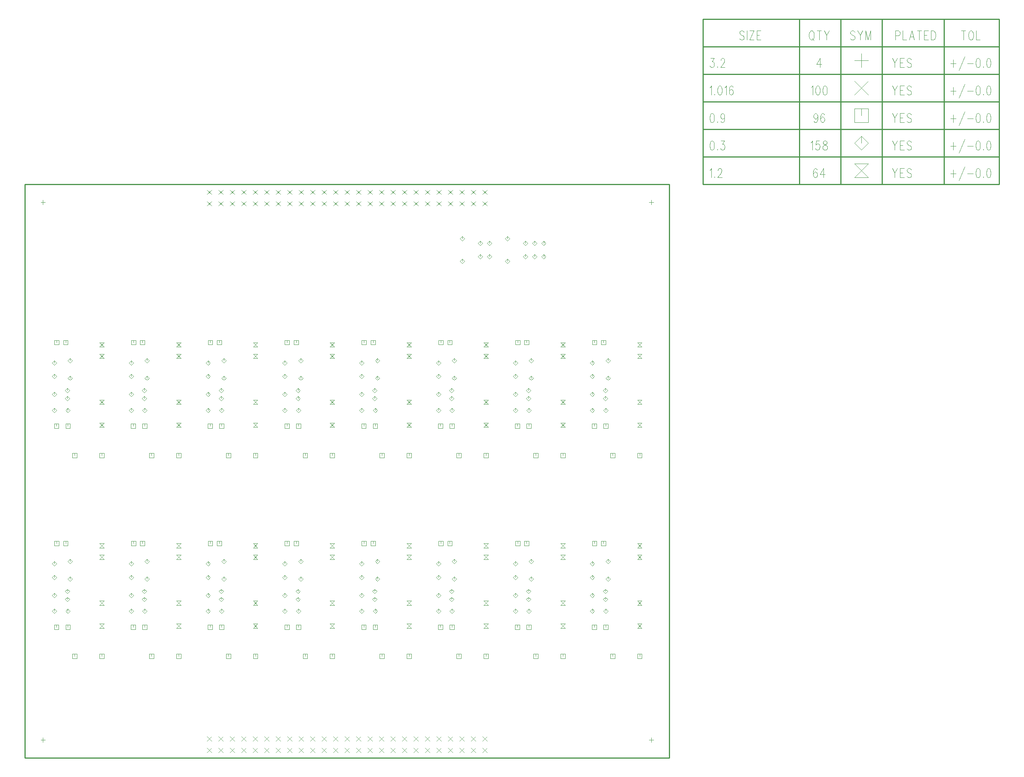
<source format=gbr>
*
*
G04 PADS Layout (Build Number 2005.266.2) generated Gerber (RS-274-X) file*
G04 PC Version=2.1*
*
%IN "cecs_module_relay_1031."*%
*
%MOMM*%
*
%FSLAX35Y35*%
*
*
*
*
G04 PC Standard Apertures*
*
*
G04 Thermal Relief Aperture macro.*
%AMTER*
1,1,$1,0,0*
1,0,$1-$2,0,0*
21,0,$3,$4,0,0,45*
21,0,$3,$4,0,0,135*
%
*
*
G04 Annular Aperture macro.*
%AMANN*
1,1,$1,0,0*
1,0,$2,0,0*
%
*
*
G04 Odd Aperture macro.*
%AMODD*
1,1,$1,0,0*
1,0,$1-0.005,0,0*
%
*
*
G04 PC Custom Aperture Macros*
*
*
*
*
*
*
G04 PC Aperture Table*
*
%ADD057C,0.12*%
%ADD058C,0.254*%
*
*
*
*
G04 PC Custom Flashes*
G04 Layer Name cecs_module_relay_1031. - flashes*
%LPD*%
*
*
G04 PC Circuitry*
G04 Layer Name cecs_module_relay_1031. - circuitry*
%LPD*%
*
G54D57*
G01X35475000Y24050000D02*
X35525000Y24100000D01*
X35475000Y24150000*
X35425000Y24100000*
X35475000Y24050000*
Y24100000D02*
Y24150000D01*
Y23750000D02*
X35525000Y23800000D01*
X35475000Y23850000*
X35425000Y23800000*
X35475000Y23750000*
Y23800000D02*
Y23850000D01*
X35675000Y24050000D02*
X35725000Y24100000D01*
X35675000Y24150000*
X35625000Y24100000*
X35675000Y24050000*
Y24100000D02*
Y24150000D01*
Y23750000D02*
X35725000Y23800000D01*
X35675000Y23850000*
X35625000Y23800000*
X35675000Y23750000*
Y23800000D02*
Y23850000D01*
X36475000Y24050000D02*
X36525000Y24100000D01*
X36475000Y24150000*
X36425000Y24100000*
X36475000Y24050000*
Y24100000D02*
Y24150000D01*
Y23750000D02*
X36525000Y23800000D01*
X36475000Y23850000*
X36425000Y23800000*
X36475000Y23750000*
Y23800000D02*
Y23850000D01*
X36675000Y24050000D02*
X36725000Y24100000D01*
X36675000Y24150000*
X36625000Y24100000*
X36675000Y24050000*
Y24100000D02*
Y24150000D01*
Y23750000D02*
X36725000Y23800000D01*
X36675000Y23850000*
X36625000Y23800000*
X36675000Y23750000*
Y23800000D02*
Y23850000D01*
X36875000Y24050000D02*
X36925000Y24100000D01*
X36875000Y24150000*
X36825000Y24100000*
X36875000Y24050000*
Y24100000D02*
Y24150000D01*
Y23750000D02*
X36925000Y23800000D01*
X36875000Y23850000*
X36825000Y23800000*
X36875000Y23750000*
Y23800000D02*
Y23850000D01*
X26250000Y17400000D02*
X26350000D01*
Y17500000*
X26250000*
Y17400000*
X26300000Y17450000D02*
Y17500000D01*
X26050000Y17400000D02*
X26150000D01*
Y17500000*
X26050000*
Y17400000*
X26100000Y17450000D02*
Y17500000D01*
X33050000Y21850000D02*
X33150000D01*
Y21950000*
X33050000*
Y21850000*
X33100000Y21900000D02*
Y21950000D01*
X32850000Y21850000D02*
X32950000D01*
Y21950000*
X32850000*
Y21850000*
X32900000Y21900000D02*
Y21950000D01*
X34750000Y17400000D02*
X34850000D01*
Y17500000*
X34750000*
Y17400000*
X34800000Y17450000D02*
Y17500000D01*
X34550000Y17400000D02*
X34650000D01*
Y17500000*
X34550000*
Y17400000*
X34600000Y17450000D02*
Y17500000D01*
X34750000Y21850000D02*
X34850000D01*
Y21950000*
X34750000*
Y21850000*
X34800000Y21900000D02*
Y21950000D01*
X34550000Y21850000D02*
X34650000D01*
Y21950000*
X34550000*
Y21850000*
X34600000Y21900000D02*
Y21950000D01*
X36450000Y17400000D02*
X36550000D01*
Y17500000*
X36450000*
Y17400000*
X36500000Y17450000D02*
Y17500000D01*
X36250000Y17400000D02*
X36350000D01*
Y17500000*
X36250000*
Y17400000*
X36300000Y17450000D02*
Y17500000D01*
X36450000Y21850000D02*
X36550000D01*
Y21950000*
X36450000*
Y21850000*
X36500000Y21900000D02*
Y21950000D01*
X36250000Y21850000D02*
X36350000D01*
Y21950000*
X36250000*
Y21850000*
X36300000Y21900000D02*
Y21950000D01*
X38150000Y17400000D02*
X38250000D01*
Y17500000*
X38150000*
Y17400000*
X38200000Y17450000D02*
Y17500000D01*
X37950000Y17400000D02*
X38050000D01*
Y17500000*
X37950000*
Y17400000*
X38000000Y17450000D02*
Y17500000D01*
X38150000Y21850000D02*
X38250000D01*
Y21950000*
X38150000*
Y21850000*
X38200000Y21900000D02*
Y21950000D01*
X37950000Y21850000D02*
X38050000D01*
Y21950000*
X37950000*
Y21850000*
X38000000Y21900000D02*
Y21950000D01*
X26250000Y21850000D02*
X26350000D01*
Y21950000*
X26250000*
Y21850000*
X26300000Y21900000D02*
Y21950000D01*
X26050000Y21850000D02*
X26150000D01*
Y21950000*
X26050000*
Y21850000*
X26100000Y21900000D02*
Y21950000D01*
X27950000Y17400000D02*
X28050000D01*
Y17500000*
X27950000*
Y17400000*
X28000000Y17450000D02*
Y17500000D01*
X27750000Y17400000D02*
X27850000D01*
Y17500000*
X27750000*
Y17400000*
X27800000Y17450000D02*
Y17500000D01*
X27950000Y21850000D02*
X28050000D01*
Y21950000*
X27950000*
Y21850000*
X28000000Y21900000D02*
Y21950000D01*
X27750000Y21850000D02*
X27850000D01*
Y21950000*
X27750000*
Y21850000*
X27800000Y21900000D02*
Y21950000D01*
X29650000Y17400000D02*
X29750000D01*
Y17500000*
X29650000*
Y17400000*
X29700000Y17450000D02*
Y17500000D01*
X29450000Y17400000D02*
X29550000D01*
Y17500000*
X29450000*
Y17400000*
X29500000Y17450000D02*
Y17500000D01*
X29650000Y21850000D02*
X29750000D01*
Y21950000*
X29650000*
Y21850000*
X29700000Y21900000D02*
Y21950000D01*
X29450000Y21850000D02*
X29550000D01*
Y21950000*
X29450000*
Y21850000*
X29500000Y21900000D02*
Y21950000D01*
X31350000Y17400000D02*
X31450000D01*
Y17500000*
X31350000*
Y17400000*
X31400000Y17450000D02*
Y17500000D01*
X31150000Y17400000D02*
X31250000D01*
Y17500000*
X31150000*
Y17400000*
X31200000Y17450000D02*
Y17500000D01*
X31350000Y21850000D02*
X31450000D01*
Y21950000*
X31350000*
Y21850000*
X31400000Y21900000D02*
Y21950000D01*
X31150000Y21850000D02*
X31250000D01*
Y21950000*
X31150000*
Y21850000*
X31200000Y21900000D02*
Y21950000D01*
X33050000Y17400000D02*
X33150000D01*
Y17500000*
X33050000*
Y17400000*
X33100000Y17450000D02*
Y17500000D01*
X32850000Y17400000D02*
X32950000D01*
Y17500000*
X32850000*
Y17400000*
X32900000Y17450000D02*
Y17500000D01*
X36075000Y24150000D02*
X36125000Y24200000D01*
X36075000Y24250000*
X36025000Y24200000*
X36075000Y24150000*
Y24200000D02*
Y24250000D01*
Y23650000D02*
X36125000Y23700000D01*
X36075000Y23750000*
X36025000Y23700000*
X36075000Y23650000*
Y23700000D02*
Y23750000D01*
X35075000Y24150000D02*
X35125000Y24200000D01*
X35075000Y24250000*
X35025000Y24200000*
X35075000Y24150000*
Y24200000D02*
Y24250000D01*
Y23650000D02*
X35125000Y23700000D01*
X35075000Y23750000*
X35025000Y23700000*
X35075000Y23650000*
Y23700000D02*
Y23750000D01*
X29432000Y13077000D02*
X29532000Y13177000D01*
X29432000D02*
X29532000Y13077000D01*
X29432000Y12823000D02*
X29532000Y12923000D01*
X29432000D02*
X29532000Y12823000D01*
X29686000Y13077000D02*
X29786000Y13177000D01*
X29686000D02*
X29786000Y13077000D01*
X29686000Y12823000D02*
X29786000Y12923000D01*
X29686000D02*
X29786000Y12823000D01*
X29940000Y13077000D02*
X30040000Y13177000D01*
X29940000D02*
X30040000Y13077000D01*
X29940000Y12823000D02*
X30040000Y12923000D01*
X29940000D02*
X30040000Y12823000D01*
X30194000Y13077000D02*
X30294000Y13177000D01*
X30194000D02*
X30294000Y13077000D01*
X30194000Y12823000D02*
X30294000Y12923000D01*
X30194000D02*
X30294000Y12823000D01*
X30448000Y13077000D02*
X30548000Y13177000D01*
X30448000D02*
X30548000Y13077000D01*
X30448000Y12823000D02*
X30548000Y12923000D01*
X30448000D02*
X30548000Y12823000D01*
X30702000Y13077000D02*
X30802000Y13177000D01*
X30702000D02*
X30802000Y13077000D01*
X30702000Y12823000D02*
X30802000Y12923000D01*
X30702000D02*
X30802000Y12823000D01*
X30956000Y13077000D02*
X31056000Y13177000D01*
X30956000D02*
X31056000Y13077000D01*
X30956000Y12823000D02*
X31056000Y12923000D01*
X30956000D02*
X31056000Y12823000D01*
X31210000Y13077000D02*
X31310000Y13177000D01*
X31210000D02*
X31310000Y13077000D01*
X31210000Y12823000D02*
X31310000Y12923000D01*
X31210000D02*
X31310000Y12823000D01*
X31464000Y13077000D02*
X31564000Y13177000D01*
X31464000D02*
X31564000Y13077000D01*
X31464000Y12823000D02*
X31564000Y12923000D01*
X31464000D02*
X31564000Y12823000D01*
X31718000Y13077000D02*
X31818000Y13177000D01*
X31718000D02*
X31818000Y13077000D01*
X31718000Y12823000D02*
X31818000Y12923000D01*
X31718000D02*
X31818000Y12823000D01*
X31972000Y13077000D02*
X32072000Y13177000D01*
X31972000D02*
X32072000Y13077000D01*
X31972000Y12823000D02*
X32072000Y12923000D01*
X31972000D02*
X32072000Y12823000D01*
X32226000Y13077000D02*
X32326000Y13177000D01*
X32226000D02*
X32326000Y13077000D01*
X32226000Y12823000D02*
X32326000Y12923000D01*
X32226000D02*
X32326000Y12823000D01*
X32480000Y13077000D02*
X32580000Y13177000D01*
X32480000D02*
X32580000Y13077000D01*
X32480000Y12823000D02*
X32580000Y12923000D01*
X32480000D02*
X32580000Y12823000D01*
X32734000Y13077000D02*
X32834000Y13177000D01*
X32734000D02*
X32834000Y13077000D01*
X32734000Y12823000D02*
X32834000Y12923000D01*
X32734000D02*
X32834000Y12823000D01*
X32988000Y13077000D02*
X33088000Y13177000D01*
X32988000D02*
X33088000Y13077000D01*
X32988000Y12823000D02*
X33088000Y12923000D01*
X32988000D02*
X33088000Y12823000D01*
X33242000Y13077000D02*
X33342000Y13177000D01*
X33242000D02*
X33342000Y13077000D01*
X33242000Y12823000D02*
X33342000Y12923000D01*
X33242000D02*
X33342000Y12823000D01*
X33496000Y13077000D02*
X33596000Y13177000D01*
X33496000D02*
X33596000Y13077000D01*
X33496000Y12823000D02*
X33596000Y12923000D01*
X33496000D02*
X33596000Y12823000D01*
X33750000Y13077000D02*
X33850000Y13177000D01*
X33750000D02*
X33850000Y13077000D01*
X33750000Y12823000D02*
X33850000Y12923000D01*
X33750000D02*
X33850000Y12823000D01*
X34004000Y13077000D02*
X34104000Y13177000D01*
X34004000D02*
X34104000Y13077000D01*
X34004000Y12823000D02*
X34104000Y12923000D01*
X34004000D02*
X34104000Y12823000D01*
X34258000Y13077000D02*
X34358000Y13177000D01*
X34258000D02*
X34358000Y13077000D01*
X34258000Y12823000D02*
X34358000Y12923000D01*
X34258000D02*
X34358000Y12823000D01*
X34512000Y13077000D02*
X34612000Y13177000D01*
X34512000D02*
X34612000Y13077000D01*
X34512000Y12823000D02*
X34612000Y12923000D01*
X34512000D02*
X34612000Y12823000D01*
X34766000Y13077000D02*
X34866000Y13177000D01*
X34766000D02*
X34866000Y13077000D01*
X34766000Y12823000D02*
X34866000Y12923000D01*
X34766000D02*
X34866000Y12823000D01*
X35020000Y13077000D02*
X35120000Y13177000D01*
X35020000D02*
X35120000Y13077000D01*
X35020000Y12823000D02*
X35120000Y12923000D01*
X35020000D02*
X35120000Y12823000D01*
X35274000Y13077000D02*
X35374000Y13177000D01*
X35274000D02*
X35374000Y13077000D01*
X35274000Y12823000D02*
X35374000Y12923000D01*
X35274000D02*
X35374000Y12823000D01*
X35528000Y13077000D02*
X35628000Y13177000D01*
X35528000D02*
X35628000Y13077000D01*
X35528000Y12823000D02*
X35628000Y12923000D01*
X35528000D02*
X35628000Y12823000D01*
X31400000Y20000000D02*
X31500000D01*
Y20100000*
X31400000*
Y20000000*
X31450000Y20050000D02*
Y20100000D01*
X31146000Y20000000D02*
X31246000D01*
Y20100000*
X31146000*
Y20000000*
X31196000Y20050000D02*
Y20100000D01*
X33100000Y15550000D02*
X33200000D01*
Y15650000*
X33100000*
Y15550000*
X33150000Y15600000D02*
Y15650000D01*
X32846000Y15550000D02*
X32946000D01*
Y15650000*
X32846000*
Y15550000*
X32896000Y15600000D02*
Y15650000D01*
X33100000Y20000000D02*
X33200000D01*
Y20100000*
X33100000*
Y20000000*
X33150000Y20050000D02*
Y20100000D01*
X32846000Y20000000D02*
X32946000D01*
Y20100000*
X32846000*
Y20000000*
X32896000Y20050000D02*
Y20100000D01*
X34800000Y15550000D02*
X34900000D01*
Y15650000*
X34800000*
Y15550000*
X34850000Y15600000D02*
Y15650000D01*
X34546000Y15550000D02*
X34646000D01*
Y15650000*
X34546000*
Y15550000*
X34596000Y15600000D02*
Y15650000D01*
X34800000Y20000000D02*
X34900000D01*
Y20100000*
X34800000*
Y20000000*
X34850000Y20050000D02*
Y20100000D01*
X34546000Y20000000D02*
X34646000D01*
Y20100000*
X34546000*
Y20000000*
X34596000Y20050000D02*
Y20100000D01*
X36500000Y15550000D02*
X36600000D01*
Y15650000*
X36500000*
Y15550000*
X36550000Y15600000D02*
Y15650000D01*
X36246000Y15550000D02*
X36346000D01*
Y15650000*
X36246000*
Y15550000*
X36296000Y15600000D02*
Y15650000D01*
X36500000Y20000000D02*
X36600000D01*
Y20100000*
X36500000*
Y20000000*
X36550000Y20050000D02*
Y20100000D01*
X36246000Y20000000D02*
X36346000D01*
Y20100000*
X36246000*
Y20000000*
X36296000Y20050000D02*
Y20100000D01*
X38200000Y15550000D02*
X38300000D01*
Y15650000*
X38200000*
Y15550000*
X38250000Y15600000D02*
Y15650000D01*
X37946000Y15550000D02*
X38046000D01*
Y15650000*
X37946000*
Y15550000*
X37996000Y15600000D02*
Y15650000D01*
X38200000Y20000000D02*
X38300000D01*
Y20100000*
X38200000*
Y20000000*
X38250000Y20050000D02*
Y20100000D01*
X37946000Y20000000D02*
X38046000D01*
Y20100000*
X37946000*
Y20000000*
X37996000Y20050000D02*
Y20100000D01*
X29432000Y25177000D02*
X29532000Y25277000D01*
X29432000D02*
X29532000Y25177000D01*
X29432000Y24923000D02*
X29532000Y25023000D01*
X29432000D02*
X29532000Y24923000D01*
X29686000Y25177000D02*
X29786000Y25277000D01*
X29686000D02*
X29786000Y25177000D01*
X29686000Y24923000D02*
X29786000Y25023000D01*
X29686000D02*
X29786000Y24923000D01*
X29940000Y25177000D02*
X30040000Y25277000D01*
X29940000D02*
X30040000Y25177000D01*
X29940000Y24923000D02*
X30040000Y25023000D01*
X29940000D02*
X30040000Y24923000D01*
X30194000Y25177000D02*
X30294000Y25277000D01*
X30194000D02*
X30294000Y25177000D01*
X30194000Y24923000D02*
X30294000Y25023000D01*
X30194000D02*
X30294000Y24923000D01*
X30448000Y25177000D02*
X30548000Y25277000D01*
X30448000D02*
X30548000Y25177000D01*
X30448000Y24923000D02*
X30548000Y25023000D01*
X30448000D02*
X30548000Y24923000D01*
X30702000Y25177000D02*
X30802000Y25277000D01*
X30702000D02*
X30802000Y25177000D01*
X30702000Y24923000D02*
X30802000Y25023000D01*
X30702000D02*
X30802000Y24923000D01*
X30956000Y25177000D02*
X31056000Y25277000D01*
X30956000D02*
X31056000Y25177000D01*
X30956000Y24923000D02*
X31056000Y25023000D01*
X30956000D02*
X31056000Y24923000D01*
X31210000Y25177000D02*
X31310000Y25277000D01*
X31210000D02*
X31310000Y25177000D01*
X31210000Y24923000D02*
X31310000Y25023000D01*
X31210000D02*
X31310000Y24923000D01*
X31464000Y25177000D02*
X31564000Y25277000D01*
X31464000D02*
X31564000Y25177000D01*
X31464000Y24923000D02*
X31564000Y25023000D01*
X31464000D02*
X31564000Y24923000D01*
X31718000Y25177000D02*
X31818000Y25277000D01*
X31718000D02*
X31818000Y25177000D01*
X31718000Y24923000D02*
X31818000Y25023000D01*
X31718000D02*
X31818000Y24923000D01*
X31972000Y25177000D02*
X32072000Y25277000D01*
X31972000D02*
X32072000Y25177000D01*
X31972000Y24923000D02*
X32072000Y25023000D01*
X31972000D02*
X32072000Y24923000D01*
X32226000Y25177000D02*
X32326000Y25277000D01*
X32226000D02*
X32326000Y25177000D01*
X32226000Y24923000D02*
X32326000Y25023000D01*
X32226000D02*
X32326000Y24923000D01*
X32480000Y25177000D02*
X32580000Y25277000D01*
X32480000D02*
X32580000Y25177000D01*
X32480000Y24923000D02*
X32580000Y25023000D01*
X32480000D02*
X32580000Y24923000D01*
X32734000Y25177000D02*
X32834000Y25277000D01*
X32734000D02*
X32834000Y25177000D01*
X32734000Y24923000D02*
X32834000Y25023000D01*
X32734000D02*
X32834000Y24923000D01*
X32988000Y25177000D02*
X33088000Y25277000D01*
X32988000D02*
X33088000Y25177000D01*
X32988000Y24923000D02*
X33088000Y25023000D01*
X32988000D02*
X33088000Y24923000D01*
X33242000Y25177000D02*
X33342000Y25277000D01*
X33242000D02*
X33342000Y25177000D01*
X33242000Y24923000D02*
X33342000Y25023000D01*
X33242000D02*
X33342000Y24923000D01*
X33496000Y25177000D02*
X33596000Y25277000D01*
X33496000D02*
X33596000Y25177000D01*
X33496000Y24923000D02*
X33596000Y25023000D01*
X33496000D02*
X33596000Y24923000D01*
X33750000Y25177000D02*
X33850000Y25277000D01*
X33750000D02*
X33850000Y25177000D01*
X33750000Y24923000D02*
X33850000Y25023000D01*
X33750000D02*
X33850000Y24923000D01*
X34004000Y25177000D02*
X34104000Y25277000D01*
X34004000D02*
X34104000Y25177000D01*
X34004000Y24923000D02*
X34104000Y25023000D01*
X34004000D02*
X34104000Y24923000D01*
X34258000Y25177000D02*
X34358000Y25277000D01*
X34258000D02*
X34358000Y25177000D01*
X34258000Y24923000D02*
X34358000Y25023000D01*
X34258000D02*
X34358000Y24923000D01*
X34512000Y25177000D02*
X34612000Y25277000D01*
X34512000D02*
X34612000Y25177000D01*
X34512000Y24923000D02*
X34612000Y25023000D01*
X34512000D02*
X34612000Y24923000D01*
X34766000Y25177000D02*
X34866000Y25277000D01*
X34766000D02*
X34866000Y25177000D01*
X34766000Y24923000D02*
X34866000Y25023000D01*
X34766000D02*
X34866000Y24923000D01*
X35020000Y25177000D02*
X35120000Y25277000D01*
X35020000D02*
X35120000Y25177000D01*
X35020000Y24923000D02*
X35120000Y25023000D01*
X35020000D02*
X35120000Y24923000D01*
X35274000Y25177000D02*
X35374000Y25277000D01*
X35274000D02*
X35374000Y25177000D01*
X35274000Y24923000D02*
X35374000Y25023000D01*
X35274000D02*
X35374000Y24923000D01*
X35528000Y25177000D02*
X35628000Y25277000D01*
X35528000D02*
X35628000Y25177000D01*
X35528000Y24923000D02*
X35628000Y25023000D01*
X35528000D02*
X35628000Y24923000D01*
X26300000Y15550000D02*
X26400000D01*
Y15650000*
X26300000*
Y15550000*
X26350000Y15600000D02*
Y15650000D01*
X26046000Y15550000D02*
X26146000D01*
Y15650000*
X26046000*
Y15550000*
X26096000Y15600000D02*
Y15650000D01*
X26300000Y20000000D02*
X26400000D01*
Y20100000*
X26300000*
Y20000000*
X26350000Y20050000D02*
Y20100000D01*
X26046000Y20000000D02*
X26146000D01*
Y20100000*
X26046000*
Y20000000*
X26096000Y20050000D02*
Y20100000D01*
X28000000Y15550000D02*
X28100000D01*
Y15650000*
X28000000*
Y15550000*
X28050000Y15600000D02*
Y15650000D01*
X27746000Y15550000D02*
X27846000D01*
Y15650000*
X27746000*
Y15550000*
X27796000Y15600000D02*
Y15650000D01*
X28000000Y20000000D02*
X28100000D01*
Y20100000*
X28000000*
Y20000000*
X28050000Y20050000D02*
Y20100000D01*
X27746000Y20000000D02*
X27846000D01*
Y20100000*
X27746000*
Y20000000*
X27796000Y20050000D02*
Y20100000D01*
X29700000Y15550000D02*
X29800000D01*
Y15650000*
X29700000*
Y15550000*
X29750000Y15600000D02*
Y15650000D01*
X29446000Y15550000D02*
X29546000D01*
Y15650000*
X29446000*
Y15550000*
X29496000Y15600000D02*
Y15650000D01*
X29700000Y20000000D02*
X29800000D01*
Y20100000*
X29700000*
Y20000000*
X29750000Y20050000D02*
Y20100000D01*
X29446000Y20000000D02*
X29546000D01*
Y20100000*
X29446000*
Y20000000*
X29496000Y20050000D02*
Y20100000D01*
X31400000Y15550000D02*
X31500000D01*
Y15650000*
X31400000*
Y15550000*
X31450000Y15600000D02*
Y15650000D01*
X31146000Y15550000D02*
X31246000D01*
Y15650000*
X31146000*
Y15550000*
X31196000Y15600000D02*
Y15650000D01*
X26339700Y16161100D02*
X26389700Y16211100D01*
X26339700Y16261100*
X26289700Y16211100*
X26339700Y16161100*
Y16211100D02*
Y16261100D01*
Y16338900D02*
X26389700Y16388900D01*
X26339700Y16438900*
X26289700Y16388900*
X26339700Y16338900*
Y16388900D02*
Y16438900D01*
X26050000Y16250000D02*
X26100000Y16300000D01*
X26050000Y16350000*
X26000000Y16300000*
X26050000Y16250000*
Y16300000D02*
Y16350000D01*
X33139700Y20611100D02*
X33189700Y20661100D01*
X33139700Y20711100*
X33089700Y20661100*
X33139700Y20611100*
Y20661100D02*
Y20711100D01*
Y20788900D02*
X33189700Y20838900D01*
X33139700Y20888900*
X33089700Y20838900*
X33139700Y20788900*
Y20838900D02*
Y20888900D01*
X32850000Y20700000D02*
X32900000Y20750000D01*
X32850000Y20800000*
X32800000Y20750000*
X32850000Y20700000*
Y20750000D02*
Y20800000D01*
X34839700Y16161100D02*
X34889700Y16211100D01*
X34839700Y16261100*
X34789700Y16211100*
X34839700Y16161100*
Y16211100D02*
Y16261100D01*
Y16338900D02*
X34889700Y16388900D01*
X34839700Y16438900*
X34789700Y16388900*
X34839700Y16338900*
Y16388900D02*
Y16438900D01*
X34550000Y16250000D02*
X34600000Y16300000D01*
X34550000Y16350000*
X34500000Y16300000*
X34550000Y16250000*
Y16300000D02*
Y16350000D01*
X34839700Y20611100D02*
X34889700Y20661100D01*
X34839700Y20711100*
X34789700Y20661100*
X34839700Y20611100*
Y20661100D02*
Y20711100D01*
Y20788900D02*
X34889700Y20838900D01*
X34839700Y20888900*
X34789700Y20838900*
X34839700Y20788900*
Y20838900D02*
Y20888900D01*
X34550000Y20700000D02*
X34600000Y20750000D01*
X34550000Y20800000*
X34500000Y20750000*
X34550000Y20700000*
Y20750000D02*
Y20800000D01*
X36539700Y16161100D02*
X36589700Y16211100D01*
X36539700Y16261100*
X36489700Y16211100*
X36539700Y16161100*
Y16211100D02*
Y16261100D01*
Y16338900D02*
X36589700Y16388900D01*
X36539700Y16438900*
X36489700Y16388900*
X36539700Y16338900*
Y16388900D02*
Y16438900D01*
X36250000Y16250000D02*
X36300000Y16300000D01*
X36250000Y16350000*
X36200000Y16300000*
X36250000Y16250000*
Y16300000D02*
Y16350000D01*
X36539700Y20611100D02*
X36589700Y20661100D01*
X36539700Y20711100*
X36489700Y20661100*
X36539700Y20611100*
Y20661100D02*
Y20711100D01*
Y20788900D02*
X36589700Y20838900D01*
X36539700Y20888900*
X36489700Y20838900*
X36539700Y20788900*
Y20838900D02*
Y20888900D01*
X36250000Y20700000D02*
X36300000Y20750000D01*
X36250000Y20800000*
X36200000Y20750000*
X36250000Y20700000*
Y20750000D02*
Y20800000D01*
X38239700Y16161100D02*
X38289700Y16211100D01*
X38239700Y16261100*
X38189700Y16211100*
X38239700Y16161100*
Y16211100D02*
Y16261100D01*
Y16338900D02*
X38289700Y16388900D01*
X38239700Y16438900*
X38189700Y16388900*
X38239700Y16338900*
Y16388900D02*
Y16438900D01*
X37950000Y16250000D02*
X38000000Y16300000D01*
X37950000Y16350000*
X37900000Y16300000*
X37950000Y16250000*
Y16300000D02*
Y16350000D01*
X38239700Y20611100D02*
X38289700Y20661100D01*
X38239700Y20711100*
X38189700Y20661100*
X38239700Y20611100*
Y20661100D02*
Y20711100D01*
Y20788900D02*
X38289700Y20838900D01*
X38239700Y20888900*
X38189700Y20838900*
X38239700Y20788900*
Y20838900D02*
Y20888900D01*
X37950000Y20700000D02*
X38000000Y20750000D01*
X37950000Y20800000*
X37900000Y20750000*
X37950000Y20700000*
Y20750000D02*
Y20800000D01*
X26339700Y20611100D02*
X26389700Y20661100D01*
X26339700Y20711100*
X26289700Y20661100*
X26339700Y20611100*
Y20661100D02*
Y20711100D01*
Y20788900D02*
X26389700Y20838900D01*
X26339700Y20888900*
X26289700Y20838900*
X26339700Y20788900*
Y20838900D02*
Y20888900D01*
X26050000Y20700000D02*
X26100000Y20750000D01*
X26050000Y20800000*
X26000000Y20750000*
X26050000Y20700000*
Y20750000D02*
Y20800000D01*
X28039700Y16161100D02*
X28089700Y16211100D01*
X28039700Y16261100*
X27989700Y16211100*
X28039700Y16161100*
Y16211100D02*
Y16261100D01*
Y16338900D02*
X28089700Y16388900D01*
X28039700Y16438900*
X27989700Y16388900*
X28039700Y16338900*
Y16388900D02*
Y16438900D01*
X27750000Y16250000D02*
X27800000Y16300000D01*
X27750000Y16350000*
X27700000Y16300000*
X27750000Y16250000*
Y16300000D02*
Y16350000D01*
X28039700Y20611100D02*
X28089700Y20661100D01*
X28039700Y20711100*
X27989700Y20661100*
X28039700Y20611100*
Y20661100D02*
Y20711100D01*
Y20788900D02*
X28089700Y20838900D01*
X28039700Y20888900*
X27989700Y20838900*
X28039700Y20788900*
Y20838900D02*
Y20888900D01*
X27750000Y20700000D02*
X27800000Y20750000D01*
X27750000Y20800000*
X27700000Y20750000*
X27750000Y20700000*
Y20750000D02*
Y20800000D01*
X29739700Y16161100D02*
X29789700Y16211100D01*
X29739700Y16261100*
X29689700Y16211100*
X29739700Y16161100*
Y16211100D02*
Y16261100D01*
Y16338900D02*
X29789700Y16388900D01*
X29739700Y16438900*
X29689700Y16388900*
X29739700Y16338900*
Y16388900D02*
Y16438900D01*
X29450000Y16250000D02*
X29500000Y16300000D01*
X29450000Y16350000*
X29400000Y16300000*
X29450000Y16250000*
Y16300000D02*
Y16350000D01*
X29739700Y20611100D02*
X29789700Y20661100D01*
X29739700Y20711100*
X29689700Y20661100*
X29739700Y20611100*
Y20661100D02*
Y20711100D01*
Y20788900D02*
X29789700Y20838900D01*
X29739700Y20888900*
X29689700Y20838900*
X29739700Y20788900*
Y20838900D02*
Y20888900D01*
X29450000Y20700000D02*
X29500000Y20750000D01*
X29450000Y20800000*
X29400000Y20750000*
X29450000Y20700000*
Y20750000D02*
Y20800000D01*
X31439700Y16161100D02*
X31489700Y16211100D01*
X31439700Y16261100*
X31389700Y16211100*
X31439700Y16161100*
Y16211100D02*
Y16261100D01*
Y16338900D02*
X31489700Y16388900D01*
X31439700Y16438900*
X31389700Y16388900*
X31439700Y16338900*
Y16388900D02*
Y16438900D01*
X31150000Y16250000D02*
X31200000Y16300000D01*
X31150000Y16350000*
X31100000Y16300000*
X31150000Y16250000*
Y16300000D02*
Y16350000D01*
X31439700Y20611100D02*
X31489700Y20661100D01*
X31439700Y20711100*
X31389700Y20661100*
X31439700Y20611100*
Y20661100D02*
Y20711100D01*
Y20788900D02*
X31489700Y20838900D01*
X31439700Y20888900*
X31389700Y20838900*
X31439700Y20788900*
Y20838900D02*
Y20888900D01*
X31150000Y20700000D02*
X31200000Y20750000D01*
X31150000Y20800000*
X31100000Y20750000*
X31150000Y20700000*
Y20750000D02*
Y20800000D01*
X33139700Y16161100D02*
X33189700Y16211100D01*
X33139700Y16261100*
X33089700Y16211100*
X33139700Y16161100*
Y16211100D02*
Y16261100D01*
Y16338900D02*
X33189700Y16388900D01*
X33139700Y16438900*
X33089700Y16388900*
X33139700Y16338900*
Y16388900D02*
Y16438900D01*
X32850000Y16250000D02*
X32900000Y16300000D01*
X32850000Y16350000*
X32800000Y16300000*
X32850000Y16250000*
Y16300000D02*
Y16350000D01*
X26400000Y17000000D02*
X26450000Y17050000D01*
X26400000Y17100000*
X26350000Y17050000*
X26400000Y17000000*
Y17050000D02*
Y17100000D01*
Y16612500D02*
X26450000Y16662500D01*
X26400000Y16712500*
X26350000Y16662500*
X26400000Y16612500*
Y16662500D02*
Y16712500D01*
X27750000Y21400000D02*
X27800000Y21450000D01*
X27750000Y21500000*
X27700000Y21450000*
X27750000Y21400000*
Y21450000D02*
Y21500000D01*
Y21100000D02*
X27800000Y21150000D01*
X27750000Y21200000*
X27700000Y21150000*
X27750000Y21100000*
Y21150000D02*
Y21200000D01*
X28050000Y15900000D02*
X28100000Y15950000D01*
X28050000Y16000000*
X28000000Y15950000*
X28050000Y15900000*
Y15950000D02*
Y16000000D01*
X27750000Y15900000D02*
X27800000Y15950000D01*
X27750000Y16000000*
X27700000Y15950000*
X27750000Y15900000*
Y15950000D02*
Y16000000D01*
X28050000Y20350000D02*
X28100000Y20400000D01*
X28050000Y20450000*
X28000000Y20400000*
X28050000Y20350000*
Y20400000D02*
Y20450000D01*
X27750000Y20350000D02*
X27800000Y20400000D01*
X27750000Y20450000*
X27700000Y20400000*
X27750000Y20350000*
Y20400000D02*
Y20450000D01*
X29800000Y17000000D02*
X29850000Y17050000D01*
X29800000Y17100000*
X29750000Y17050000*
X29800000Y17000000*
Y17050000D02*
Y17100000D01*
Y16612500D02*
X29850000Y16662500D01*
X29800000Y16712500*
X29750000Y16662500*
X29800000Y16612500*
Y16662500D02*
Y16712500D01*
Y21450000D02*
X29850000Y21500000D01*
X29800000Y21550000*
X29750000Y21500000*
X29800000Y21450000*
Y21500000D02*
Y21550000D01*
Y21062500D02*
X29850000Y21112500D01*
X29800000Y21162500*
X29750000Y21112500*
X29800000Y21062500*
Y21112500D02*
Y21162500D01*
X29450000Y16950000D02*
X29500000Y17000000D01*
X29450000Y17050000*
X29400000Y17000000*
X29450000Y16950000*
Y17000000D02*
Y17050000D01*
Y16650000D02*
X29500000Y16700000D01*
X29450000Y16750000*
X29400000Y16700000*
X29450000Y16650000*
Y16700000D02*
Y16750000D01*
Y21400000D02*
X29500000Y21450000D01*
X29450000Y21500000*
X29400000Y21450000*
X29450000Y21400000*
Y21450000D02*
Y21500000D01*
Y21100000D02*
X29500000Y21150000D01*
X29450000Y21200000*
X29400000Y21150000*
X29450000Y21100000*
Y21150000D02*
Y21200000D01*
X29750000Y15900000D02*
X29800000Y15950000D01*
X29750000Y16000000*
X29700000Y15950000*
X29750000Y15900000*
Y15950000D02*
Y16000000D01*
X29450000Y15900000D02*
X29500000Y15950000D01*
X29450000Y16000000*
X29400000Y15950000*
X29450000Y15900000*
Y15950000D02*
Y16000000D01*
X29750000Y20350000D02*
X29800000Y20400000D01*
X29750000Y20450000*
X29700000Y20400000*
X29750000Y20350000*
Y20400000D02*
Y20450000D01*
X29450000Y20350000D02*
X29500000Y20400000D01*
X29450000Y20450000*
X29400000Y20400000*
X29450000Y20350000*
Y20400000D02*
Y20450000D01*
X31500000Y17000000D02*
X31550000Y17050000D01*
X31500000Y17100000*
X31450000Y17050000*
X31500000Y17000000*
Y17050000D02*
Y17100000D01*
Y16612500D02*
X31550000Y16662500D01*
X31500000Y16712500*
X31450000Y16662500*
X31500000Y16612500*
Y16662500D02*
Y16712500D01*
X26400000Y21450000D02*
X26450000Y21500000D01*
X26400000Y21550000*
X26350000Y21500000*
X26400000Y21450000*
Y21500000D02*
Y21550000D01*
Y21062500D02*
X26450000Y21112500D01*
X26400000Y21162500*
X26350000Y21112500*
X26400000Y21062500*
Y21112500D02*
Y21162500D01*
X31500000Y21450000D02*
X31550000Y21500000D01*
X31500000Y21550000*
X31450000Y21500000*
X31500000Y21450000*
Y21500000D02*
Y21550000D01*
Y21062500D02*
X31550000Y21112500D01*
X31500000Y21162500*
X31450000Y21112500*
X31500000Y21062500*
Y21112500D02*
Y21162500D01*
X31150000Y16950000D02*
X31200000Y17000000D01*
X31150000Y17050000*
X31100000Y17000000*
X31150000Y16950000*
Y17000000D02*
Y17050000D01*
Y16650000D02*
X31200000Y16700000D01*
X31150000Y16750000*
X31100000Y16700000*
X31150000Y16650000*
Y16700000D02*
Y16750000D01*
Y21400000D02*
X31200000Y21450000D01*
X31150000Y21500000*
X31100000Y21450000*
X31150000Y21400000*
Y21450000D02*
Y21500000D01*
Y21100000D02*
X31200000Y21150000D01*
X31150000Y21200000*
X31100000Y21150000*
X31150000Y21100000*
Y21150000D02*
Y21200000D01*
X31450000Y15900000D02*
X31500000Y15950000D01*
X31450000Y16000000*
X31400000Y15950000*
X31450000Y15900000*
Y15950000D02*
Y16000000D01*
X31150000Y15900000D02*
X31200000Y15950000D01*
X31150000Y16000000*
X31100000Y15950000*
X31150000Y15900000*
Y15950000D02*
Y16000000D01*
X31450000Y20350000D02*
X31500000Y20400000D01*
X31450000Y20450000*
X31400000Y20400000*
X31450000Y20350000*
Y20400000D02*
Y20450000D01*
X31150000Y20350000D02*
X31200000Y20400000D01*
X31150000Y20450000*
X31100000Y20400000*
X31150000Y20350000*
Y20400000D02*
Y20450000D01*
X33200000Y17000000D02*
X33250000Y17050000D01*
X33200000Y17100000*
X33150000Y17050000*
X33200000Y17000000*
Y17050000D02*
Y17100000D01*
Y16612500D02*
X33250000Y16662500D01*
X33200000Y16712500*
X33150000Y16662500*
X33200000Y16612500*
Y16662500D02*
Y16712500D01*
Y21450000D02*
X33250000Y21500000D01*
X33200000Y21550000*
X33150000Y21500000*
X33200000Y21450000*
Y21500000D02*
Y21550000D01*
Y21062500D02*
X33250000Y21112500D01*
X33200000Y21162500*
X33150000Y21112500*
X33200000Y21062500*
Y21112500D02*
Y21162500D01*
X32850000Y16950000D02*
X32900000Y17000000D01*
X32850000Y17050000*
X32800000Y17000000*
X32850000Y16950000*
Y17000000D02*
Y17050000D01*
Y16650000D02*
X32900000Y16700000D01*
X32850000Y16750000*
X32800000Y16700000*
X32850000Y16650000*
Y16700000D02*
Y16750000D01*
Y21400000D02*
X32900000Y21450000D01*
X32850000Y21500000*
X32800000Y21450000*
X32850000Y21400000*
Y21450000D02*
Y21500000D01*
Y21100000D02*
X32900000Y21150000D01*
X32850000Y21200000*
X32800000Y21150000*
X32850000Y21100000*
Y21150000D02*
Y21200000D01*
X33150000Y15900000D02*
X33200000Y15950000D01*
X33150000Y16000000*
X33100000Y15950000*
X33150000Y15900000*
Y15950000D02*
Y16000000D01*
X32850000Y15900000D02*
X32900000Y15950000D01*
X32850000Y16000000*
X32800000Y15950000*
X32850000Y15900000*
Y15950000D02*
Y16000000D01*
X26050000Y16950000D02*
X26100000Y17000000D01*
X26050000Y17050000*
X26000000Y17000000*
X26050000Y16950000*
Y17000000D02*
Y17050000D01*
Y16650000D02*
X26100000Y16700000D01*
X26050000Y16750000*
X26000000Y16700000*
X26050000Y16650000*
Y16700000D02*
Y16750000D01*
X33150000Y20350000D02*
X33200000Y20400000D01*
X33150000Y20450000*
X33100000Y20400000*
X33150000Y20350000*
Y20400000D02*
Y20450000D01*
X32850000Y20350000D02*
X32900000Y20400000D01*
X32850000Y20450000*
X32800000Y20400000*
X32850000Y20350000*
Y20400000D02*
Y20450000D01*
X34900000Y17000000D02*
X34950000Y17050000D01*
X34900000Y17100000*
X34850000Y17050000*
X34900000Y17000000*
Y17050000D02*
Y17100000D01*
Y16612500D02*
X34950000Y16662500D01*
X34900000Y16712500*
X34850000Y16662500*
X34900000Y16612500*
Y16662500D02*
Y16712500D01*
X34550000Y16950000D02*
X34600000Y17000000D01*
X34550000Y17050000*
X34500000Y17000000*
X34550000Y16950000*
Y17000000D02*
Y17050000D01*
Y16650000D02*
X34600000Y16700000D01*
X34550000Y16750000*
X34500000Y16700000*
X34550000Y16650000*
Y16700000D02*
Y16750000D01*
X34900000Y21450000D02*
X34950000Y21500000D01*
X34900000Y21550000*
X34850000Y21500000*
X34900000Y21450000*
Y21500000D02*
Y21550000D01*
Y21062500D02*
X34950000Y21112500D01*
X34900000Y21162500*
X34850000Y21112500*
X34900000Y21062500*
Y21112500D02*
Y21162500D01*
X34550000Y21400000D02*
X34600000Y21450000D01*
X34550000Y21500000*
X34500000Y21450000*
X34550000Y21400000*
Y21450000D02*
Y21500000D01*
Y21100000D02*
X34600000Y21150000D01*
X34550000Y21200000*
X34500000Y21150000*
X34550000Y21100000*
Y21150000D02*
Y21200000D01*
X34850000Y15900000D02*
X34900000Y15950000D01*
X34850000Y16000000*
X34800000Y15950000*
X34850000Y15900000*
Y15950000D02*
Y16000000D01*
X34550000Y15900000D02*
X34600000Y15950000D01*
X34550000Y16000000*
X34500000Y15950000*
X34550000Y15900000*
Y15950000D02*
Y16000000D01*
X34850000Y20350000D02*
X34900000Y20400000D01*
X34850000Y20450000*
X34800000Y20400000*
X34850000Y20350000*
Y20400000D02*
Y20450000D01*
X34550000Y20350000D02*
X34600000Y20400000D01*
X34550000Y20450000*
X34500000Y20400000*
X34550000Y20350000*
Y20400000D02*
Y20450000D01*
X36600000Y17000000D02*
X36650000Y17050000D01*
X36600000Y17100000*
X36550000Y17050000*
X36600000Y17000000*
Y17050000D02*
Y17100000D01*
Y16612500D02*
X36650000Y16662500D01*
X36600000Y16712500*
X36550000Y16662500*
X36600000Y16612500*
Y16662500D02*
Y16712500D01*
Y21450000D02*
X36650000Y21500000D01*
X36600000Y21550000*
X36550000Y21500000*
X36600000Y21450000*
Y21500000D02*
Y21550000D01*
Y21062500D02*
X36650000Y21112500D01*
X36600000Y21162500*
X36550000Y21112500*
X36600000Y21062500*
Y21112500D02*
Y21162500D01*
X36250000Y16950000D02*
X36300000Y17000000D01*
X36250000Y17050000*
X36200000Y17000000*
X36250000Y16950000*
Y17000000D02*
Y17050000D01*
Y16650000D02*
X36300000Y16700000D01*
X36250000Y16750000*
X36200000Y16700000*
X36250000Y16650000*
Y16700000D02*
Y16750000D01*
X26050000Y21400000D02*
X26100000Y21450000D01*
X26050000Y21500000*
X26000000Y21450000*
X26050000Y21400000*
Y21450000D02*
Y21500000D01*
Y21100000D02*
X26100000Y21150000D01*
X26050000Y21200000*
X26000000Y21150000*
X26050000Y21100000*
Y21150000D02*
Y21200000D01*
X36250000Y21400000D02*
X36300000Y21450000D01*
X36250000Y21500000*
X36200000Y21450000*
X36250000Y21400000*
Y21450000D02*
Y21500000D01*
Y21100000D02*
X36300000Y21150000D01*
X36250000Y21200000*
X36200000Y21150000*
X36250000Y21100000*
Y21150000D02*
Y21200000D01*
X36550000Y15900000D02*
X36600000Y15950000D01*
X36550000Y16000000*
X36500000Y15950000*
X36550000Y15900000*
Y15950000D02*
Y16000000D01*
X36250000Y15900000D02*
X36300000Y15950000D01*
X36250000Y16000000*
X36200000Y15950000*
X36250000Y15900000*
Y15950000D02*
Y16000000D01*
X36550000Y20350000D02*
X36600000Y20400000D01*
X36550000Y20450000*
X36500000Y20400000*
X36550000Y20350000*
Y20400000D02*
Y20450000D01*
X36250000Y20350000D02*
X36300000Y20400000D01*
X36250000Y20450000*
X36200000Y20400000*
X36250000Y20350000*
Y20400000D02*
Y20450000D01*
X38300000Y17000000D02*
X38350000Y17050000D01*
X38300000Y17100000*
X38250000Y17050000*
X38300000Y17000000*
Y17050000D02*
Y17100000D01*
Y16612500D02*
X38350000Y16662500D01*
X38300000Y16712500*
X38250000Y16662500*
X38300000Y16612500*
Y16662500D02*
Y16712500D01*
X37950000Y16950000D02*
X38000000Y17000000D01*
X37950000Y17050000*
X37900000Y17000000*
X37950000Y16950000*
Y17000000D02*
Y17050000D01*
Y16650000D02*
X38000000Y16700000D01*
X37950000Y16750000*
X37900000Y16700000*
X37950000Y16650000*
Y16700000D02*
Y16750000D01*
X38300000Y21450000D02*
X38350000Y21500000D01*
X38300000Y21550000*
X38250000Y21500000*
X38300000Y21450000*
Y21500000D02*
Y21550000D01*
Y21062500D02*
X38350000Y21112500D01*
X38300000Y21162500*
X38250000Y21112500*
X38300000Y21062500*
Y21112500D02*
Y21162500D01*
X37950000Y21400000D02*
X38000000Y21450000D01*
X37950000Y21500000*
X37900000Y21450000*
X37950000Y21400000*
Y21450000D02*
Y21500000D01*
Y21100000D02*
X38000000Y21150000D01*
X37950000Y21200000*
X37900000Y21150000*
X37950000Y21100000*
Y21150000D02*
Y21200000D01*
X38250000Y15900000D02*
X38300000Y15950000D01*
X38250000Y16000000*
X38200000Y15950000*
X38250000Y15900000*
Y15950000D02*
Y16000000D01*
X37950000Y15900000D02*
X38000000Y15950000D01*
X37950000Y16000000*
X37900000Y15950000*
X37950000Y15900000*
Y15950000D02*
Y16000000D01*
X38250000Y20350000D02*
X38300000Y20400000D01*
X38250000Y20450000*
X38200000Y20400000*
X38250000Y20350000*
Y20400000D02*
Y20450000D01*
X37950000Y20350000D02*
X38000000Y20400000D01*
X37950000Y20450000*
X37900000Y20400000*
X37950000Y20350000*
Y20400000D02*
Y20450000D01*
X26350000Y15900000D02*
X26400000Y15950000D01*
X26350000Y16000000*
X26300000Y15950000*
X26350000Y15900000*
Y15950000D02*
Y16000000D01*
X26050000Y15900000D02*
X26100000Y15950000D01*
X26050000Y16000000*
X26000000Y15950000*
X26050000Y15900000*
Y15950000D02*
Y16000000D01*
X26350000Y20350000D02*
X26400000Y20400000D01*
X26350000Y20450000*
X26300000Y20400000*
X26350000Y20350000*
Y20400000D02*
Y20450000D01*
X26050000Y20350000D02*
X26100000Y20400000D01*
X26050000Y20450000*
X26000000Y20400000*
X26050000Y20350000*
Y20400000D02*
Y20450000D01*
X28100000Y17000000D02*
X28150000Y17050000D01*
X28100000Y17100000*
X28050000Y17050000*
X28100000Y17000000*
Y17050000D02*
Y17100000D01*
Y16612500D02*
X28150000Y16662500D01*
X28100000Y16712500*
X28050000Y16662500*
X28100000Y16612500*
Y16662500D02*
Y16712500D01*
X27750000Y16950000D02*
X27800000Y17000000D01*
X27750000Y17050000*
X27700000Y17000000*
X27750000Y16950000*
Y17000000D02*
Y17050000D01*
Y16650000D02*
X27800000Y16700000D01*
X27750000Y16750000*
X27700000Y16700000*
X27750000Y16650000*
Y16700000D02*
Y16750000D01*
X28100000Y21450000D02*
X28150000Y21500000D01*
X28100000Y21550000*
X28050000Y21500000*
X28100000Y21450000*
Y21500000D02*
Y21550000D01*
Y21062500D02*
X28150000Y21112500D01*
X28100000Y21162500*
X28050000Y21112500*
X28100000Y21062500*
Y21112500D02*
Y21162500D01*
X27050000Y14900000D02*
X27150000D01*
Y15000000*
X27050000*
Y14900000*
X27100000Y14950000D02*
Y15000000D01*
X26450000Y14900000D02*
X26550000D01*
Y15000000*
X26450000*
Y14900000*
X26500000Y14950000D02*
Y15000000D01*
X33850000Y19350000D02*
X33950000D01*
Y19450000*
X33850000*
Y19350000*
X33900000Y19400000D02*
Y19450000D01*
X33250000Y19350000D02*
X33350000D01*
Y19450000*
X33250000*
Y19350000*
X33300000Y19400000D02*
Y19450000D01*
X35550000Y14900000D02*
X35650000D01*
Y15000000*
X35550000*
Y14900000*
X35600000Y14950000D02*
Y15000000D01*
X34950000Y14900000D02*
X35050000D01*
Y15000000*
X34950000*
Y14900000*
X35000000Y14950000D02*
Y15000000D01*
X35550000Y19350000D02*
X35650000D01*
Y19450000*
X35550000*
Y19350000*
X35600000Y19400000D02*
Y19450000D01*
X34950000Y19350000D02*
X35050000D01*
Y19450000*
X34950000*
Y19350000*
X35000000Y19400000D02*
Y19450000D01*
X37250000Y14900000D02*
X37350000D01*
Y15000000*
X37250000*
Y14900000*
X37300000Y14950000D02*
Y15000000D01*
X36650000Y14900000D02*
X36750000D01*
Y15000000*
X36650000*
Y14900000*
X36700000Y14950000D02*
Y15000000D01*
X37250000Y19350000D02*
X37350000D01*
Y19450000*
X37250000*
Y19350000*
X37300000Y19400000D02*
Y19450000D01*
X36650000Y19350000D02*
X36750000D01*
Y19450000*
X36650000*
Y19350000*
X36700000Y19400000D02*
Y19450000D01*
X38950000Y14900000D02*
X39050000D01*
Y15000000*
X38950000*
Y14900000*
X39000000Y14950000D02*
Y15000000D01*
X38350000Y14900000D02*
X38450000D01*
Y15000000*
X38350000*
Y14900000*
X38400000Y14950000D02*
Y15000000D01*
X38950000Y19350000D02*
X39050000D01*
Y19450000*
X38950000*
Y19350000*
X39000000Y19400000D02*
Y19450000D01*
X38350000Y19350000D02*
X38450000D01*
Y19450000*
X38350000*
Y19350000*
X38400000Y19400000D02*
Y19450000D01*
X27050000Y19350000D02*
X27150000D01*
Y19450000*
X27050000*
Y19350000*
X27100000Y19400000D02*
Y19450000D01*
X26450000Y19350000D02*
X26550000D01*
Y19450000*
X26450000*
Y19350000*
X26500000Y19400000D02*
Y19450000D01*
X28750000Y14900000D02*
X28850000D01*
Y15000000*
X28750000*
Y14900000*
X28800000Y14950000D02*
Y15000000D01*
X28150000Y14900000D02*
X28250000D01*
Y15000000*
X28150000*
Y14900000*
X28200000Y14950000D02*
Y15000000D01*
X28750000Y19350000D02*
X28850000D01*
Y19450000*
X28750000*
Y19350000*
X28800000Y19400000D02*
Y19450000D01*
X28150000Y19350000D02*
X28250000D01*
Y19450000*
X28150000*
Y19350000*
X28200000Y19400000D02*
Y19450000D01*
X30450000Y14900000D02*
X30550000D01*
Y15000000*
X30450000*
Y14900000*
X30500000Y14950000D02*
Y15000000D01*
X29850000Y14900000D02*
X29950000D01*
Y15000000*
X29850000*
Y14900000*
X29900000Y14950000D02*
Y15000000D01*
X30450000Y19350000D02*
X30550000D01*
Y19450000*
X30450000*
Y19350000*
X30500000Y19400000D02*
Y19450000D01*
X29850000Y19350000D02*
X29950000D01*
Y19450000*
X29850000*
Y19350000*
X29900000Y19400000D02*
Y19450000D01*
X32150000Y14900000D02*
X32250000D01*
Y15000000*
X32150000*
Y14900000*
X32200000Y14950000D02*
Y15000000D01*
X31550000Y14900000D02*
X31650000D01*
Y15000000*
X31550000*
Y14900000*
X31600000Y14950000D02*
Y15000000D01*
X32150000Y19350000D02*
X32250000D01*
Y19450000*
X32150000*
Y19350000*
X32200000Y19400000D02*
Y19450000D01*
X31550000Y19350000D02*
X31650000D01*
Y19450000*
X31550000*
Y19350000*
X31600000Y19400000D02*
Y19450000D01*
X33850000Y14900000D02*
X33950000D01*
Y15000000*
X33850000*
Y14900000*
X33900000Y14950000D02*
Y15000000D01*
X33250000Y14900000D02*
X33350000D01*
Y15000000*
X33250000*
Y14900000*
X33300000Y14950000D02*
Y15000000D01*
X27050000Y17350000D02*
X27150000D01*
X27050000Y17450000*
X27150000*
X27050000Y17350000*
Y17096000D02*
X27150000D01*
X27050000Y17196000*
X27150000*
X27050000Y17096000*
Y15572000D02*
X27150000D01*
X27050000Y15672000*
X27150000*
X27050000Y15572000*
Y16080000D02*
X27150000D01*
X27050000Y16180000*
X27150000*
X27050000Y16080000*
X33850000Y21800000D02*
X33950000D01*
X33850000Y21900000*
X33950000*
X33850000Y21800000*
Y21546000D02*
X33950000D01*
X33850000Y21646000*
X33950000*
X33850000Y21546000*
Y20022000D02*
X33950000D01*
X33850000Y20122000*
X33950000*
X33850000Y20022000*
Y20530000D02*
X33950000D01*
X33850000Y20630000*
X33950000*
X33850000Y20530000*
X35550000Y17350000D02*
X35650000D01*
X35550000Y17450000*
X35650000*
X35550000Y17350000*
Y17096000D02*
X35650000D01*
X35550000Y17196000*
X35650000*
X35550000Y17096000*
Y15572000D02*
X35650000D01*
X35550000Y15672000*
X35650000*
X35550000Y15572000*
Y16080000D02*
X35650000D01*
X35550000Y16180000*
X35650000*
X35550000Y16080000*
Y21800000D02*
X35650000D01*
X35550000Y21900000*
X35650000*
X35550000Y21800000*
Y21546000D02*
X35650000D01*
X35550000Y21646000*
X35650000*
X35550000Y21546000*
Y20022000D02*
X35650000D01*
X35550000Y20122000*
X35650000*
X35550000Y20022000*
Y20530000D02*
X35650000D01*
X35550000Y20630000*
X35650000*
X35550000Y20530000*
X37250000Y17350000D02*
X37350000D01*
X37250000Y17450000*
X37350000*
X37250000Y17350000*
Y17096000D02*
X37350000D01*
X37250000Y17196000*
X37350000*
X37250000Y17096000*
Y15572000D02*
X37350000D01*
X37250000Y15672000*
X37350000*
X37250000Y15572000*
Y16080000D02*
X37350000D01*
X37250000Y16180000*
X37350000*
X37250000Y16080000*
Y21800000D02*
X37350000D01*
X37250000Y21900000*
X37350000*
X37250000Y21800000*
Y21546000D02*
X37350000D01*
X37250000Y21646000*
X37350000*
X37250000Y21546000*
Y20022000D02*
X37350000D01*
X37250000Y20122000*
X37350000*
X37250000Y20022000*
Y20530000D02*
X37350000D01*
X37250000Y20630000*
X37350000*
X37250000Y20530000*
X38950000Y17350000D02*
X39050000D01*
X38950000Y17450000*
X39050000*
X38950000Y17350000*
Y17096000D02*
X39050000D01*
X38950000Y17196000*
X39050000*
X38950000Y17096000*
Y15572000D02*
X39050000D01*
X38950000Y15672000*
X39050000*
X38950000Y15572000*
Y16080000D02*
X39050000D01*
X38950000Y16180000*
X39050000*
X38950000Y16080000*
Y21800000D02*
X39050000D01*
X38950000Y21900000*
X39050000*
X38950000Y21800000*
Y21546000D02*
X39050000D01*
X38950000Y21646000*
X39050000*
X38950000Y21546000*
Y20022000D02*
X39050000D01*
X38950000Y20122000*
X39050000*
X38950000Y20022000*
Y20530000D02*
X39050000D01*
X38950000Y20630000*
X39050000*
X38950000Y20530000*
X27050000Y21800000D02*
X27150000D01*
X27050000Y21900000*
X27150000*
X27050000Y21800000*
Y21546000D02*
X27150000D01*
X27050000Y21646000*
X27150000*
X27050000Y21546000*
Y20022000D02*
X27150000D01*
X27050000Y20122000*
X27150000*
X27050000Y20022000*
Y20530000D02*
X27150000D01*
X27050000Y20630000*
X27150000*
X27050000Y20530000*
X28750000Y17350000D02*
X28850000D01*
X28750000Y17450000*
X28850000*
X28750000Y17350000*
Y17096000D02*
X28850000D01*
X28750000Y17196000*
X28850000*
X28750000Y17096000*
Y15572000D02*
X28850000D01*
X28750000Y15672000*
X28850000*
X28750000Y15572000*
Y16080000D02*
X28850000D01*
X28750000Y16180000*
X28850000*
X28750000Y16080000*
Y21800000D02*
X28850000D01*
X28750000Y21900000*
X28850000*
X28750000Y21800000*
Y21546000D02*
X28850000D01*
X28750000Y21646000*
X28850000*
X28750000Y21546000*
Y20022000D02*
X28850000D01*
X28750000Y20122000*
X28850000*
X28750000Y20022000*
Y20530000D02*
X28850000D01*
X28750000Y20630000*
X28850000*
X28750000Y20530000*
X30450000Y17350000D02*
X30550000D01*
X30450000Y17450000*
X30550000*
X30450000Y17350000*
Y17096000D02*
X30550000D01*
X30450000Y17196000*
X30550000*
X30450000Y17096000*
Y15572000D02*
X30550000D01*
X30450000Y15672000*
X30550000*
X30450000Y15572000*
Y16080000D02*
X30550000D01*
X30450000Y16180000*
X30550000*
X30450000Y16080000*
Y21800000D02*
X30550000D01*
X30450000Y21900000*
X30550000*
X30450000Y21800000*
Y21546000D02*
X30550000D01*
X30450000Y21646000*
X30550000*
X30450000Y21546000*
Y20022000D02*
X30550000D01*
X30450000Y20122000*
X30550000*
X30450000Y20022000*
Y20530000D02*
X30550000D01*
X30450000Y20630000*
X30550000*
X30450000Y20530000*
X32150000Y17350000D02*
X32250000D01*
X32150000Y17450000*
X32250000*
X32150000Y17350000*
Y17096000D02*
X32250000D01*
X32150000Y17196000*
X32250000*
X32150000Y17096000*
Y15572000D02*
X32250000D01*
X32150000Y15672000*
X32250000*
X32150000Y15572000*
Y16080000D02*
X32250000D01*
X32150000Y16180000*
X32250000*
X32150000Y16080000*
Y21800000D02*
X32250000D01*
X32150000Y21900000*
X32250000*
X32150000Y21800000*
Y21546000D02*
X32250000D01*
X32150000Y21646000*
X32250000*
X32150000Y21546000*
Y20022000D02*
X32250000D01*
X32150000Y20122000*
X32250000*
X32150000Y20022000*
Y20530000D02*
X32250000D01*
X32150000Y20630000*
X32250000*
X32150000Y20530000*
X33850000Y17350000D02*
X33950000D01*
X33850000Y17450000*
X33950000*
X33850000Y17350000*
Y17096000D02*
X33950000D01*
X33850000Y17196000*
X33950000*
X33850000Y17096000*
Y15572000D02*
X33950000D01*
X33850000Y15672000*
X33950000*
X33850000Y15572000*
Y16080000D02*
X33950000D01*
X33850000Y16180000*
X33950000*
X33850000Y16080000*
X25750000Y25000000D02*
X25850000D01*
X25800000Y24950000D02*
Y25050000D01*
X39210000Y25000000D02*
X39310000D01*
X39260000Y24950000D02*
Y25050000D01*
X39210000Y13100000D02*
X39310000D01*
X39260000Y13050000D02*
Y13150000D01*
X25750000Y13100000D02*
X25850000D01*
X25800000Y13050000D02*
Y13150000D01*
X41308400Y28771850D02*
X41294545Y28790900D01*
X41294545D02*
X41273764Y28800425D01*
X41246055*
X41246055D02*
X41225273Y28790900D01*
X41211418Y28771850*
Y28752800*
X41218345Y28733750*
X41218345D02*
X41225273Y28724225D01*
X41239127Y28714700*
X41280691Y28695650*
X41294545Y28686125*
X41294545D02*
X41301473Y28676600D01*
X41308400Y28657550*
Y28628975*
X41294545Y28609925*
X41294545D02*
X41273764Y28600400D01*
X41246055*
X41246055D02*
X41225273Y28609925D01*
X41211418Y28628975*
X41370745Y28800425D02*
Y28600400D01*
X41530073Y28800425D02*
X41433091Y28600400D01*
Y28800425D02*
X41530073D01*
X41433091Y28600400D02*
X41530073D01*
X41592418Y28800425D02*
Y28600400D01*
Y28800425D02*
X41682473D01*
X41592418Y28705175D02*
X41647836D01*
X41592418Y28600400D02*
X41682473D01*
X42790836Y28800425D02*
X42776982Y28790900D01*
X42763127Y28771850*
X42756200Y28752800*
X42749273Y28724225*
Y28676600*
X42756200Y28648025*
X42763127Y28628975*
X42776982Y28609925*
X42790836Y28600400*
X42818545*
X42832400Y28609925*
X42846255Y28628975*
X42846255D02*
X42853182Y28648025D01*
X42860109Y28676600*
Y28724225*
X42853182Y28752800*
X42846255Y28771850*
X42846255D02*
X42832400Y28790900D01*
X42818545Y28800425*
X42790836*
X42811618Y28638500D02*
X42853182Y28581350D01*
X42970945Y28800425D02*
Y28600400D01*
X42922455Y28800425D02*
X43019436D01*
X43081782D02*
X43137200Y28705175D01*
Y28600400*
X43192618Y28800425D02*
X43137200Y28705175D01*
X43760655Y28771850D02*
X43746800Y28790900D01*
X43726018Y28800425*
X43698309*
X43677527Y28790900*
X43663673Y28771850*
Y28752800*
X43670600Y28733750*
X43677527Y28724225*
X43691382Y28714700*
X43732945Y28695650*
X43746800Y28686125*
X43753727Y28676600*
X43760655Y28657550*
X43760655D02*
Y28628975D01*
X43760655D02*
X43746800Y28609925D01*
X43726018Y28600400*
X43698309*
X43677527Y28609925*
X43663673Y28628975*
X43823000Y28800425D02*
X43878418Y28705175D01*
Y28600400*
X43933836Y28800425D02*
X43878418Y28705175D01*
X43996182Y28800425D02*
Y28600400D01*
Y28800425D02*
X44051600Y28600400D01*
X44107018Y28800425D02*
X44051600Y28600400D01*
X44107018Y28800425D02*
Y28600400D01*
X44661200Y28800425D02*
Y28600400D01*
Y28800425D02*
X44723545D01*
X44744327Y28790900*
X44751255Y28781375*
X44751255D02*
X44758182Y28762325D01*
Y28733750*
X44751255Y28714700*
X44751255D02*
X44744327Y28705175D01*
X44723545Y28695650*
X44661200*
X44820527Y28800425D02*
Y28600400D01*
X44903655*
X45021418Y28800425D02*
X44966000Y28600400D01*
X45021418Y28800425D02*
X45076836Y28600400D01*
X44986782Y28667075D02*
X45056055D01*
X45187673Y28800425D02*
Y28600400D01*
X45139182Y28800425D02*
X45236164D01*
X45298509D02*
Y28600400D01*
Y28800425D02*
X45388564D01*
X45298509Y28705175D02*
X45353927D01*
X45298509Y28600400D02*
X45388564D01*
X45450909Y28800425D02*
Y28600400D01*
Y28800425D02*
X45499400D01*
X45520182Y28790900*
X45534036Y28771850*
X45540964Y28752800*
X45547891Y28724225*
Y28676600*
X45540964Y28648025*
X45534036Y28628975*
X45520182Y28609925*
X45499400Y28600400*
X45450909*
X46164418Y28800425D02*
Y28600400D01*
X46115927Y28800425D02*
X46212909D01*
X46316818D02*
X46302964Y28790900D01*
X46289109Y28771850*
X46282182Y28752800*
X46275255Y28724225*
Y28676600*
X46282182Y28648025*
X46289109Y28628975*
X46302964Y28609925*
X46316818Y28600400*
X46344527*
X46358382Y28609925*
X46372236Y28628975*
X46379164Y28648025*
X46386091Y28676600*
Y28724225*
X46379164Y28752800*
X46372236Y28771850*
X46358382Y28790900*
X46344527Y28800425*
X46316818*
X46448436D02*
Y28600400D01*
X46531564*
X40566255Y28190825D02*
X40642455D01*
X40642455D02*
X40600891Y28114625D01*
X40621673*
X40635527Y28105100*
X40642455Y28095575*
X40642455D02*
X40649382Y28067000D01*
Y28047950*
X40642455Y28019375*
X40642455D02*
X40628600Y28000325D01*
X40607818Y27990800*
X40587036*
X40566255Y28000325*
X40566255D02*
X40559327Y28009850D01*
X40552400Y28028900*
X40718655Y28009850D02*
X40711727Y28000325D01*
X40718655Y27990800*
X40718655D02*
X40725582Y28000325D01*
X40718655Y28009850*
X40794855Y28143200D02*
Y28152725D01*
X40794855D02*
X40801782Y28171775D01*
X40808709Y28181300*
X40822564Y28190825*
X40850273*
X40864127Y28181300*
X40871055Y28171775*
X40871055D02*
X40877982Y28152725D01*
Y28133675*
X40871055Y28114625*
X40871055D02*
X40857200Y28086050D01*
X40787927Y27990800*
X40884909*
X42988264Y28190825D02*
X42918991Y28057475D01*
X43022900*
X42988264Y28190825D02*
Y27990800D01*
X43752800Y28143200D02*
X44057600D01*
X43905200Y27990800D02*
Y28295600D01*
X44588464Y28190825D02*
X44643882Y28095575D01*
Y27990800*
X44699300Y28190825D02*
X44643882Y28095575D01*
X44761645Y28190825D02*
Y27990800D01*
Y28190825D02*
X44851700D01*
X44761645Y28095575D02*
X44817064D01*
X44761645Y27990800D02*
X44851700D01*
X45011027Y28162250D02*
X44997173Y28181300D01*
X44976391Y28190825*
X44948682*
X44927900Y28181300*
X44914045Y28162250*
X44914045D02*
Y28143200D01*
X44914045D02*
X44920973Y28124150D01*
X44927900Y28114625*
X44941755Y28105100*
X44941755D02*
X44983318Y28086050D01*
X44997173Y28076525*
X45004100Y28067000*
X45011027Y28047950*
Y28019375*
X44997173Y28000325*
X44976391Y27990800*
X44948682*
X44927900Y28000325*
X44914045Y28019375*
X45939282Y28162250D02*
Y27990800D01*
X45876936Y28076525D02*
X46001627D01*
X46188664Y28228925D02*
X46063973Y27924125D01*
X46251009Y28076525D02*
X46375700D01*
X46479609Y28190825D02*
X46458827Y28181300D01*
X46444973Y28152725*
X46438045Y28105100*
X46438045D02*
Y28076525D01*
X46438045D02*
X46444973Y28028900D01*
X46458827Y28000325*
X46479609Y27990800*
X46493464*
X46514245Y28000325*
X46514245D02*
X46528100Y28028900D01*
X46535027Y28076525*
Y28105100*
X46528100Y28152725*
X46514245Y28181300*
X46514245D02*
X46493464Y28190825D01*
X46479609*
X46604300Y28009850D02*
X46597373Y28000325D01*
X46604300Y27990800*
X46611227Y28000325*
X46604300Y28009850*
X46715136Y28190825D02*
X46694355Y28181300D01*
X46694355D02*
X46680500Y28152725D01*
X46673573Y28105100*
Y28076525*
X46680500Y28028900*
X46694355Y28000325*
X46694355D02*
X46715136Y27990800D01*
X46728991*
X46749773Y28000325*
X46763627Y28028900*
X46770555Y28076525*
X46770555D02*
Y28105100D01*
X46770555D02*
X46763627Y28152725D01*
X46749773Y28181300*
X46728991Y28190825*
X46715136*
X40552400Y27543125D02*
X40566255Y27552650D01*
X40566255D02*
X40587036Y27581225D01*
Y27381200*
X40656309Y27400250D02*
X40649382Y27390725D01*
X40656309Y27381200*
X40663236Y27390725*
X40656309Y27400250*
X40767145Y27581225D02*
X40746364Y27571700D01*
X40732509Y27543125*
X40725582Y27495500*
Y27466925*
X40732509Y27419300*
X40746364Y27390725*
X40767145Y27381200*
X40781000*
X40801782Y27390725*
X40815636Y27419300*
X40822564Y27466925*
Y27495500*
X40815636Y27543125*
X40801782Y27571700*
X40781000Y27581225*
X40767145*
X40884909Y27543125D02*
X40898764Y27552650D01*
X40919545Y27581225*
Y27381200*
X41065018Y27552650D02*
X41058091Y27571700D01*
X41037309Y27581225*
X41023455*
X41023455D02*
X41002673Y27571700D01*
X40988818Y27543125*
X40981891Y27495500*
Y27447875*
X40988818Y27409775*
X41002673Y27390725*
X41023455Y27381200*
X41023455D02*
X41030382D01*
X41051164Y27390725*
X41065018Y27409775*
X41071945Y27438350*
Y27447875*
X41065018Y27476450*
X41051164Y27495500*
X41030382Y27505025*
X41023455*
X41023455D02*
X41002673Y27495500D01*
X40988818Y27476450*
X40981891Y27447875*
X42794300Y27543125D02*
X42808155Y27552650D01*
X42808155D02*
X42828936Y27581225D01*
Y27381200*
X42932845Y27581225D02*
X42912064Y27571700D01*
X42898209Y27543125*
X42891282Y27495500*
Y27466925*
X42898209Y27419300*
X42912064Y27390725*
X42932845Y27381200*
X42946700*
X42967482Y27390725*
X42981336Y27419300*
X42988264Y27466925*
Y27495500*
X42981336Y27543125*
X42967482Y27571700*
X42946700Y27581225*
X42932845*
X43092173D02*
X43071391Y27571700D01*
X43057536Y27543125*
X43050609Y27495500*
Y27466925*
X43057536Y27419300*
X43071391Y27390725*
X43092173Y27381200*
X43106027*
X43126809Y27390725*
X43140664Y27419300*
X43147591Y27466925*
Y27495500*
X43140664Y27543125*
X43126809Y27571700*
X43106027Y27581225*
X43092173*
X43752800Y27381200D02*
X44057600Y27686000D01*
X43752800D02*
X44057600Y27381200D01*
X44588464Y27581225D02*
X44643882Y27485975D01*
Y27381200*
X44699300Y27581225D02*
X44643882Y27485975D01*
X44761645Y27581225D02*
Y27381200D01*
Y27581225D02*
X44851700D01*
X44761645Y27485975D02*
X44817064D01*
X44761645Y27381200D02*
X44851700D01*
X45011027Y27552650D02*
X44997173Y27571700D01*
X44976391Y27581225*
X44948682*
X44927900Y27571700*
X44914045Y27552650*
X44914045D02*
Y27533600D01*
X44914045D02*
X44920973Y27514550D01*
X44927900Y27505025*
X44941755Y27495500*
X44941755D02*
X44983318Y27476450D01*
X44997173Y27466925*
X45004100Y27457400*
X45011027Y27438350*
Y27409775*
X44997173Y27390725*
X44976391Y27381200*
X44948682*
X44927900Y27390725*
X44914045Y27409775*
X45939282Y27552650D02*
Y27381200D01*
X45876936Y27466925D02*
X46001627D01*
X46188664Y27619325D02*
X46063973Y27314525D01*
X46251009Y27466925D02*
X46375700D01*
X46479609Y27581225D02*
X46458827Y27571700D01*
X46444973Y27543125*
X46438045Y27495500*
X46438045D02*
Y27466925D01*
X46438045D02*
X46444973Y27419300D01*
X46458827Y27390725*
X46479609Y27381200*
X46493464*
X46514245Y27390725*
X46514245D02*
X46528100Y27419300D01*
X46535027Y27466925*
Y27495500*
X46528100Y27543125*
X46514245Y27571700*
X46514245D02*
X46493464Y27581225D01*
X46479609*
X46604300Y27400250D02*
X46597373Y27390725D01*
X46604300Y27381200*
X46611227Y27390725*
X46604300Y27400250*
X46715136Y27581225D02*
X46694355Y27571700D01*
X46694355D02*
X46680500Y27543125D01*
X46673573Y27495500*
Y27466925*
X46680500Y27419300*
X46694355Y27390725*
X46694355D02*
X46715136Y27381200D01*
X46728991*
X46749773Y27390725*
X46763627Y27419300*
X46770555Y27466925*
X46770555D02*
Y27495500D01*
X46770555D02*
X46763627Y27543125D01*
X46749773Y27571700*
X46728991Y27581225*
X46715136*
X40593964Y26971625D02*
X40573182Y26962100D01*
X40559327Y26933525*
X40552400Y26885900*
Y26857325*
X40559327Y26809700*
X40573182Y26781125*
X40593964Y26771600*
X40607818*
X40628600Y26781125*
X40642455Y26809700*
X40642455D02*
X40649382Y26857325D01*
Y26885900*
X40642455Y26933525*
X40642455D02*
X40628600Y26962100D01*
X40607818Y26971625*
X40593964*
X40718655Y26790650D02*
X40711727Y26781125D01*
X40718655Y26771600*
X40718655D02*
X40725582Y26781125D01*
X40718655Y26790650*
X40877982Y26904950D02*
X40871055Y26876375D01*
X40871055D02*
X40857200Y26857325D01*
X40836418Y26847800*
X40829491*
X40808709Y26857325*
X40794855Y26876375*
X40794855D02*
X40787927Y26904950D01*
Y26914475*
X40794855Y26943050*
X40794855D02*
X40808709Y26962100D01*
X40829491Y26971625*
X40836418*
X40857200Y26962100*
X40871055Y26943050*
X40871055D02*
X40877982Y26904950D01*
Y26857325*
X40871055Y26809700*
X40871055D02*
X40857200Y26781125D01*
X40836418Y26771600*
X40822564*
X40801782Y26781125*
X40794855Y26800175*
X42939773Y26904950D02*
X42932845Y26876375D01*
X42932845D02*
X42918991Y26857325D01*
X42898209Y26847800*
X42891282*
X42870500Y26857325*
X42856645Y26876375*
X42856645D02*
X42849718Y26904950D01*
Y26914475*
X42856645Y26943050*
X42856645D02*
X42870500Y26962100D01*
X42891282Y26971625*
X42898209*
X42918991Y26962100*
X42932845Y26943050*
X42932845D02*
X42939773Y26904950D01*
Y26857325*
X42932845Y26809700*
X42932845D02*
X42918991Y26781125D01*
X42898209Y26771600*
X42884355*
X42884355D02*
X42863573Y26781125D01*
X42856645Y26800175*
X43085245Y26943050D02*
X43078318Y26962100D01*
X43057536Y26971625*
X43043682*
X43022900Y26962100*
X43009045Y26933525*
X43009045D02*
X43002118Y26885900D01*
Y26838275*
X43009045Y26800175*
X43009045D02*
X43022900Y26781125D01*
X43043682Y26771600*
X43050609*
X43071391Y26781125*
X43085245Y26800175*
X43085245D02*
X43092173Y26828750D01*
Y26838275*
X43085245Y26866850*
X43085245D02*
X43071391Y26885900D01*
X43050609Y26895425*
X43043682*
X43022900Y26885900*
X43009045Y26866850*
X43009045D02*
X43002118Y26838275D01*
X43752800Y26771600D02*
X44057600D01*
Y27076400*
X43752800*
Y26771600*
X43905200Y26924000D02*
Y27076400D01*
X44588464Y26971625D02*
X44643882Y26876375D01*
Y26771600*
X44699300Y26971625D02*
X44643882Y26876375D01*
X44761645Y26971625D02*
Y26771600D01*
Y26971625D02*
X44851700D01*
X44761645Y26876375D02*
X44817064D01*
X44761645Y26771600D02*
X44851700D01*
X45011027Y26943050D02*
X44997173Y26962100D01*
X44976391Y26971625*
X44948682*
X44927900Y26962100*
X44914045Y26943050*
X44914045D02*
Y26924000D01*
X44914045D02*
X44920973Y26904950D01*
X44927900Y26895425*
X44941755Y26885900*
X44941755D02*
X44983318Y26866850D01*
X44997173Y26857325*
X45004100Y26847800*
X45011027Y26828750*
Y26800175*
X44997173Y26781125*
X44976391Y26771600*
X44948682*
X44927900Y26781125*
X44914045Y26800175*
X45939282Y26943050D02*
Y26771600D01*
X45876936Y26857325D02*
X46001627D01*
X46188664Y27009725D02*
X46063973Y26704925D01*
X46251009Y26857325D02*
X46375700D01*
X46479609Y26971625D02*
X46458827Y26962100D01*
X46444973Y26933525*
X46438045Y26885900*
X46438045D02*
Y26857325D01*
X46438045D02*
X46444973Y26809700D01*
X46458827Y26781125*
X46479609Y26771600*
X46493464*
X46514245Y26781125*
X46514245D02*
X46528100Y26809700D01*
X46535027Y26857325*
Y26885900*
X46528100Y26933525*
X46514245Y26962100*
X46514245D02*
X46493464Y26971625D01*
X46479609*
X46604300Y26790650D02*
X46597373Y26781125D01*
X46604300Y26771600*
X46611227Y26781125*
X46604300Y26790650*
X46715136Y26971625D02*
X46694355Y26962100D01*
X46694355D02*
X46680500Y26933525D01*
X46673573Y26885900*
Y26857325*
X46680500Y26809700*
X46694355Y26781125*
X46694355D02*
X46715136Y26771600D01*
X46728991*
X46749773Y26781125*
X46763627Y26809700*
X46770555Y26857325*
X46770555D02*
Y26885900D01*
X46770555D02*
X46763627Y26933525D01*
X46749773Y26962100*
X46728991Y26971625*
X46715136*
X40593964Y26362025D02*
X40573182Y26352500D01*
X40559327Y26323925*
X40552400Y26276300*
Y26247725*
X40559327Y26200100*
X40573182Y26171525*
X40593964Y26162000*
X40607818*
X40628600Y26171525*
X40642455Y26200100*
X40642455D02*
X40649382Y26247725D01*
Y26276300*
X40642455Y26323925*
X40642455D02*
X40628600Y26352500D01*
X40607818Y26362025*
X40593964*
X40718655Y26181050D02*
X40711727Y26171525D01*
X40718655Y26162000*
X40718655D02*
X40725582Y26171525D01*
X40718655Y26181050*
X40801782Y26362025D02*
X40877982D01*
X40836418Y26285825*
X40857200*
X40871055Y26276300*
X40871055D02*
X40877982Y26266775D01*
X40884909Y26238200*
Y26219150*
X40877982Y26190575*
X40864127Y26171525*
X40843345Y26162000*
X40822564*
X40801782Y26171525*
X40794855Y26181050*
X40794855D02*
X40787927Y26200100D01*
X42790836Y26323925D02*
X42804691Y26333450D01*
X42825473Y26362025*
Y26162000*
X42977873Y26362025D02*
X42908600D01*
X42901673Y26276300*
X42908600Y26285825*
X42929382Y26295350*
X42950164*
X42970945Y26285825*
X42970945D02*
X42984800Y26266775D01*
X42991727Y26238200*
X42984800Y26219150*
X42977873Y26190575*
X42964018Y26171525*
X42943236Y26162000*
X42922455*
X42922455D02*
X42901673Y26171525D01*
X42894745Y26181050*
X42894745D02*
X42887818Y26200100D01*
X43088709Y26362025D02*
X43067927Y26352500D01*
X43061000Y26333450*
Y26314400*
X43067927Y26295350*
X43081782Y26285825*
X43109491Y26276300*
X43130273Y26266775*
X43144127Y26247725*
X43151055Y26228675*
X43151055D02*
Y26200100D01*
X43151055D02*
X43144127Y26181050D01*
X43137200Y26171525*
X43116418Y26162000*
X43088709*
X43067927Y26171525*
X43061000Y26181050*
X43054073Y26200100*
Y26228675*
X43061000Y26247725*
X43074855Y26266775*
X43074855D02*
X43095636Y26276300D01*
X43123345Y26285825*
X43123345D02*
X43137200Y26295350D01*
X43144127Y26314400*
Y26333450*
X43137200Y26352500*
X43116418Y26362025*
X43088709*
X43905200Y26162000D02*
X44057600Y26314400D01*
X43905200Y26466800*
X43752800Y26314400*
X43905200Y26162000*
Y26314400D02*
Y26466800D01*
X44588464Y26362025D02*
X44643882Y26266775D01*
Y26162000*
X44699300Y26362025D02*
X44643882Y26266775D01*
X44761645Y26362025D02*
Y26162000D01*
Y26362025D02*
X44851700D01*
X44761645Y26266775D02*
X44817064D01*
X44761645Y26162000D02*
X44851700D01*
X45011027Y26333450D02*
X44997173Y26352500D01*
X44976391Y26362025*
X44948682*
X44927900Y26352500*
X44914045Y26333450*
X44914045D02*
Y26314400D01*
X44914045D02*
X44920973Y26295350D01*
X44927900Y26285825*
X44941755Y26276300*
X44941755D02*
X44983318Y26257250D01*
X44997173Y26247725*
X45004100Y26238200*
X45011027Y26219150*
Y26190575*
X44997173Y26171525*
X44976391Y26162000*
X44948682*
X44927900Y26171525*
X44914045Y26190575*
X45939282Y26333450D02*
Y26162000D01*
X45876936Y26247725D02*
X46001627D01*
X46188664Y26400125D02*
X46063973Y26095325D01*
X46251009Y26247725D02*
X46375700D01*
X46479609Y26362025D02*
X46458827Y26352500D01*
X46444973Y26323925*
X46438045Y26276300*
X46438045D02*
Y26247725D01*
X46438045D02*
X46444973Y26200100D01*
X46458827Y26171525*
X46479609Y26162000*
X46493464*
X46514245Y26171525*
X46514245D02*
X46528100Y26200100D01*
X46535027Y26247725*
Y26276300*
X46528100Y26323925*
X46514245Y26352500*
X46514245D02*
X46493464Y26362025D01*
X46479609*
X46604300Y26181050D02*
X46597373Y26171525D01*
X46604300Y26162000*
X46611227Y26171525*
X46604300Y26181050*
X46715136Y26362025D02*
X46694355Y26352500D01*
X46694355D02*
X46680500Y26323925D01*
X46673573Y26276300*
Y26247725*
X46680500Y26200100*
X46694355Y26171525*
X46694355D02*
X46715136Y26162000D01*
X46728991*
X46749773Y26171525*
X46763627Y26200100*
X46770555Y26247725*
X46770555D02*
Y26276300D01*
X46770555D02*
X46763627Y26323925D01*
X46749773Y26352500*
X46728991Y26362025*
X46715136*
X40552400Y25714325D02*
X40566255Y25723850D01*
X40566255D02*
X40587036Y25752425D01*
Y25552400*
X40656309Y25571450D02*
X40649382Y25561925D01*
X40656309Y25552400*
X40663236Y25561925*
X40656309Y25571450*
X40732509Y25704800D02*
Y25714325D01*
X40739436Y25733375*
X40746364Y25742900*
X40760218Y25752425*
X40787927*
X40801782Y25742900*
X40808709Y25733375*
X40815636Y25714325*
Y25695275*
X40808709Y25676225*
X40794855Y25647650*
X40794855D02*
X40725582Y25552400D01*
X40822564*
X42925918Y25723850D02*
X42918991Y25742900D01*
X42898209Y25752425*
X42884355*
X42884355D02*
X42863573Y25742900D01*
X42849718Y25714325*
X42842791Y25666700*
Y25619075*
X42849718Y25580975*
X42863573Y25561925*
X42884355Y25552400*
X42884355D02*
X42891282D01*
X42912064Y25561925*
X42925918Y25580975*
X42932845Y25609550*
X42932845D02*
Y25619075D01*
X42932845D02*
X42925918Y25647650D01*
X42912064Y25666700*
X42891282Y25676225*
X42884355*
X42884355D02*
X42863573Y25666700D01*
X42849718Y25647650*
X42842791Y25619075*
X43064464Y25752425D02*
X42995191Y25619075D01*
X43099100*
X43064464Y25752425D02*
Y25552400D01*
X43752800D02*
X44057600D01*
X43752800Y25857200*
X44057600*
X43752800Y25552400*
X44588464Y25752425D02*
X44643882Y25657175D01*
Y25552400*
X44699300Y25752425D02*
X44643882Y25657175D01*
X44761645Y25752425D02*
Y25552400D01*
Y25752425D02*
X44851700D01*
X44761645Y25657175D02*
X44817064D01*
X44761645Y25552400D02*
X44851700D01*
X45011027Y25723850D02*
X44997173Y25742900D01*
X44976391Y25752425*
X44948682*
X44927900Y25742900*
X44914045Y25723850*
X44914045D02*
Y25704800D01*
X44914045D02*
X44920973Y25685750D01*
X44927900Y25676225*
X44941755Y25666700*
X44941755D02*
X44983318Y25647650D01*
X44997173Y25638125*
X45004100Y25628600*
X45011027Y25609550*
Y25580975*
X44997173Y25561925*
X44976391Y25552400*
X44948682*
X44927900Y25561925*
X44914045Y25580975*
X45939282Y25723850D02*
Y25552400D01*
X45876936Y25638125D02*
X46001627D01*
X46188664Y25790525D02*
X46063973Y25485725D01*
X46251009Y25638125D02*
X46375700D01*
X46479609Y25752425D02*
X46458827Y25742900D01*
X46444973Y25714325*
X46438045Y25666700*
X46438045D02*
Y25638125D01*
X46438045D02*
X46444973Y25590500D01*
X46458827Y25561925*
X46479609Y25552400*
X46493464*
X46514245Y25561925*
X46514245D02*
X46528100Y25590500D01*
X46535027Y25638125*
Y25666700*
X46528100Y25714325*
X46514245Y25742900*
X46514245D02*
X46493464Y25752425D01*
X46479609*
X46604300Y25571450D02*
X46597373Y25561925D01*
X46604300Y25552400*
X46611227Y25561925*
X46604300Y25571450*
X46715136Y25752425D02*
X46694355Y25742900D01*
X46694355D02*
X46680500Y25714325D01*
X46673573Y25666700*
Y25638125*
X46680500Y25590500*
X46694355Y25561925*
X46694355D02*
X46715136Y25552400D01*
X46728991*
X46749773Y25561925*
X46763627Y25590500*
X46770555Y25638125*
X46770555D02*
Y25666700D01*
X46770555D02*
X46763627Y25714325D01*
X46749773Y25742900*
X46728991Y25752425*
X46715136*
G54D58*
X25400000Y12700000D02*
Y25400000D01*
X39660000*
Y12700000*
X25400000*
X40400000Y29057600D02*
X46953200D01*
X40400000Y28448000D02*
X46953200D01*
X40400000Y27838400D02*
X46953200D01*
X40400000Y27228800D02*
X46953200D01*
X40400000Y26619200D02*
X46953200D01*
X40400000Y26009600D02*
X46953200D01*
X40400000Y25400000D02*
X46953200D01*
X40400000Y29057600D02*
Y25400000D01*
X42533600Y29057600D02*
Y25400000D01*
X43448000Y29057600D02*
Y25400000D01*
X44362400Y29057600D02*
Y25400000D01*
X45734000Y29057600D02*
Y25400000D01*
X46953200Y29057600D02*
Y25400000D01*
X0Y0D02*
M02*

</source>
